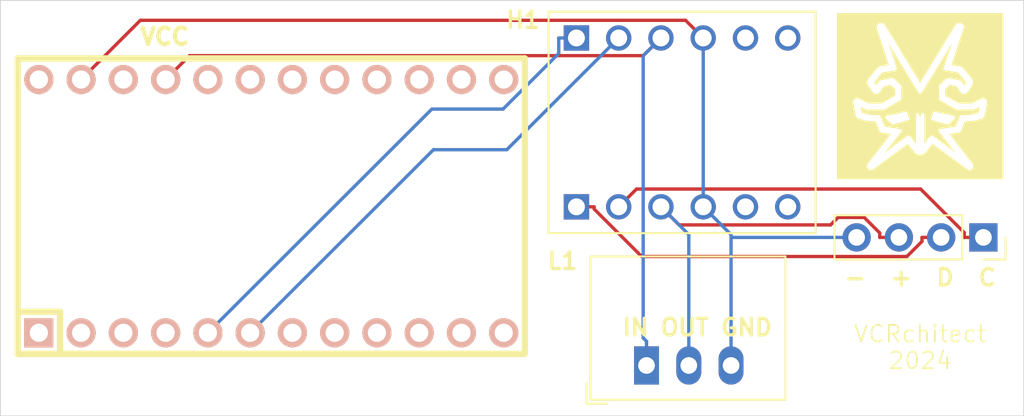
<source format=kicad_pcb>
(kicad_pcb (version 20240108) (generator "pcbnew") (generator_version "8.0")
  (layers (0 "F.Cu" signal) (31 "B.Cu" signal) (34 "B.Paste" user) (35 "F.Paste" user) (36 "B.SilkS" user "B.Silkscreen") (37 "F.SilkS" user "F.Silkscreen") (38 "B.Mask" user) (39 "F.Mask" user) (44 "Edge.Cuts" user))
  (net 0 "")
  (net 16 "Net-(J1-Pin_1)")
  (net 21 "Net-(J1-Pin_3)")
  (net 25 "Net-(J1-Pin_4)")
  (net 26 "Net-(J1-Pin_2)")
  (net 27 "Net-(U2-SDA)")
  (net 28 "Net-(U2-VCC)")
  (net 31 "Net-(U2-SCL)")
  (footprint "Logic Converter:CONV_BOB-12009" (layer "F.Cu") (at 167.19 86.58 90)
    (property "Reference" "U3" (hide yes))
    (property "Value" "BOB-12009" (hide yes))
    (fp_line (start 6.665 -8.025) (end 6.665 8.025) (stroke (width 0.127)) (layer "F.SilkS"))
    (fp_line (start -6.665 -8.025) (end 6.665 -8.025) (stroke (width 0.127)) (layer "F.SilkS"))
    (fp_line (start 6.665 8.025) (end -6.665 8.025) (stroke (width 0.127)) (layer "F.SilkS"))
    (fp_line (start -6.665 8.025) (end -6.665 -8.025) (stroke (width 0.127)) (layer "F.SilkS"))
    (pad "GND_1" thru_hole circle (at 5.08 1.27 90) (size 1.524 1.524) (drill 1.016) (layers "*.Cu" "*.Mask") (net 25 "Net-(J1-Pin_4)"))
    (pad "GND_2" thru_hole circle (at -5.08 1.27 90) (size 1.524 1.524) (drill 1.016) (layers "*.Cu" "*.Mask") (net 25 "Net-(J1-Pin_4)"))
    (pad "HV" thru_hole circle (at 5.08 -1.27 90) (size 1.524 1.524) (drill 1.016) (layers "*.Cu" "*.Mask") (net 28 "Net-(U2-VCC)"))
    (pad "HV1" thru_hole rect (at 5.08 -6.35 90) (size 1.524 1.524) (drill 1.016) (layers "*.Cu" "*.Mask") (net 27 "Net-(U2-SDA)"))
    (pad "HV2" thru_hole circle (at 5.08 -3.81 90) (size 1.524 1.524) (drill 1.016) (layers "*.Cu" "*.Mask") (net 31 "Net-(U2-SCL)"))
    (pad "HV3" thru_hole circle (at 5.08 3.81 90) (size 1.524 1.524) (drill 1.016) (layers "*.Cu" "*.Mask"))
    (pad "HV4" thru_hole circle (at 5.08 6.35 90) (size 1.524 1.524) (drill 1.016) (layers "*.Cu" "*.Mask"))
    (pad "LV" thru_hole circle (at -5.08 -1.27 90) (size 1.524 1.524) (drill 1.016) (layers "*.Cu" "*.Mask") (net 21 "Net-(J1-Pin_3)"))
    (pad "LV1" thru_hole rect (at -5.08 -6.35 90) (size 1.524 1.524) (drill 1.016) (layers "*.Cu" "*.Mask") (net 26 "Net-(J1-Pin_2)"))
    (pad "LV2" thru_hole circle (at -5.08 -3.81 90) (size 1.524 1.524) (drill 1.016) (layers "*.Cu" "*.Mask") (net 16 "Net-(J1-Pin_1)"))
    (pad "LV3" thru_hole circle (at -5.08 3.81 90) (size 1.524 1.524) (drill 1.016) (layers "*.Cu" "*.Mask"))
    (pad "LV4" thru_hole circle (at -5.08 6.35 90) (size 1.524 1.524) (drill 1.016) (layers "*.Cu" "*.Mask"))
  )
  (footprint "Library:SmallInvertVCR" (layer "F.Cu") (at 181.5 85)
    (property "Reference" "G***" (hide yes))
    (property "Value" "LOGO" (hide yes))
    (fp_poly (pts (xy 5.002188 0) (xy 5.002188 5.002188) (xy 0 5.002188) (xy -5.002188 5.002188) (xy -5.002188 0.357242) (xy -4.015681 0.357242) (xy -4.012796 0.392897) (xy -4.00471 0.450253) (xy -3.992319 0.524918) (xy -3.976516 0.612501) (xy -3.958194 0.70861) (xy -3.938249 0.808854) (xy -3.917573 0.908841) (xy -3.89706 1.00418) (xy -3.877605 1.09048) (xy -3.860102 1.163348) (xy -3.845444 1.218394) (xy -3.834525 1.251227) (xy -3.833065 1.254361) (xy -3.817399 1.280001) (xy -3.796628 1.302095) (xy -3.767399 1.32209) (xy -3.72636 1.341428) (xy -3.670161 1.361555) (xy -3.59545 1.383915) (xy -3.498874 1.409952) (xy -3.432057 1.427171) (xy -3.34019 1.45033) (xy -3.267779 1.467445) (xy -3.207417 1.479586) (xy -3.151698 1.487824) (xy -3.093213 1.493229) (xy -3.024557 1.496871) (xy -2.938321 1.499822) (xy -2.926976 1.500164) (xy -2.678952 1.507604) (xy -2.564742 1.79245) (xy -2.53047 1.877446) (xy -2.498747 1.955223) (xy -2.47133 2.021543) (xy -2.449976 2.072168) (xy -2.436443 2.10286) (xy -2.433663 2.108516) (xy -2.415904 2.132437) (xy -2.388597 2.152835) (xy -2.34853 2.170712) (xy -2.292489 2.187073) (xy -2.21726 2.20292) (xy -2.119629 2.219258) (xy -2.04256 2.230626) (xy -1.958698 2.242936) (xy -1.884281 2.254583) (xy -1.823687 2.264823) (xy -1.781297 2.272911) (xy -1.76149 2.278103) (xy -1.760797 2.27853) (xy -1.767495 2.290636) (xy -1.790167 2.3229) (xy -1.827552 2.373678) (xy -1.878393 2.441326) (xy -1.941431 2.524198) (xy -2.015407 2.620651) (xy -2.099063 2.729041) (xy -2.19114 2.847722) (xy -2.290379 2.97505) (xy -2.395522 3.109381) (xy -2.44401 3.171145) (xy -2.552263 3.309092) (xy -2.655877 3.441468) (xy -2.753513 3.566545) (xy -2.843833 3.682594) (xy -2.925502 3.787886) (xy -2.997181 3.880691) (xy -3.057532 3.95928) (xy -3.10522 4.021925) (xy -3.138906 4.066896) (xy -3.157253 4.092464) (xy -3.159991 4.096859) (xy -3.176417 4.150903) (xy -3.180665 4.217345) (xy -3.172964 4.283721) (xy -3.15563 4.33381) (xy -3.114895 4.38262) (xy -3.057078 4.415672) (xy -2.989013 4.431361) (xy -2.917535 4.428083) (xy -2.851389 4.405256) (xy -2.832801 4.393158) (xy -2.793508 4.365786) (xy -2.735178 4.324347) (xy -2.65948 4.270052) (xy -2.568081 4.204108) (xy -2.462651 4.127725) (xy -2.344857 4.042111) (xy -2.216367 3.948475) (xy -2.07885 3.848027) (xy -1.933975 3.741974) (xy -1.783409 3.631526) (xy -1.771609 3.622861) (xy -0.743381 2.867704) (xy -0.510392 3.160302) (xy -0.433571 3.255444) (xy -0.365711 3.336808) (xy -0.308555 3.402409) (xy -0.263846 3.450265) (xy -0.233328 3.478392) (xy -0.226737 3.482965) (xy -0.202299 3.495704) (xy -0.175822 3.50428) (xy -0.1413 3.50949) (xy -0.092725 3.51213) (xy -0.024091 3.512997) (xy 0 3.513031) (xy 0.075456 3.512523) (xy 0.12914 3.51047) (xy 0.167058 3.506074) (xy 0.195217 3.498539) (xy 0.219624 3.487069) (xy 0.226737 3.482965) (xy 0.252251 3.4617) (xy 0.292525 3.420058) (xy 0.345814 3.360025) (xy 0.410376 3.283583) (xy 0.484467 3.192715) (xy 0.510391 3.160302) (xy 0.74338 2.867704) (xy 1.771608 3.622861) (xy 1.922544 3.733597) (xy 2.067917 3.840032) (xy 2.206061 3.940956) (xy 2.335306 4.03516) (xy 2.453984 4.121435) (xy 2.560428 4.198573) (xy 2.652968 4.265365) (xy 2.729937 4.320602) (xy 2.789665 4.363075) (xy 2.830486 4.391575) (xy 2.85073 4.404894) (xy 2.851388 4.405256) (xy 2.91918 4.428403) (xy 2.9901 4.431319) (xy 3.057463 4.415663) (xy 3.114588 4.383095) (xy 3.154789 4.335273) (xy 3.157882 4.329172) (xy 3.175747 4.269853) (xy 3.181035 4.201289) (xy 3.173633 4.135854) (xy 3.15999 4.096859) (xy 3.148124 4.0795) (xy 3.120387 4.042049) (xy 3.078115 3.986235) (xy 3.022647 3.913789) (xy 2.955319 3.826438) (xy 2.877469 3.725912) (xy 2.790433 3.61394) (xy 2.69555 3.492251) (xy 2.594157 3.362575) (xy 2.487591 3.226639) (xy 2.444009 3.171145) (xy 2.336638 3.03422) (xy 2.234609 2.903564) (xy 2.139181 2.780821) (xy 2.051612 2.667637) (xy 1.973161 2.565655) (xy 1.905087 2.476519) (xy 1.848649 2.401875) (xy 1.805104 2.343367) (xy 1.775712 2.302639) (xy 1.761731 2.281336) (xy 1.760797 2.27853) (xy 1.777312 2.273774) (xy 1.816985 2.266024) (xy 1.875437 2.256025) (xy 1.948288 2.24452) (xy 2.031159 2.232254) (xy 2.04256 2.230626) (xy 2.156491 2.21343) (xy 2.245929 2.197378) (xy 2.314088 2.181466) (xy 2.364182 2.164689) (xy 2.399424 2.146045) (xy 2.42303 2.12453) (xy 2.433663 2.108516) (xy 2.443666 2.086753) (xy 2.462176 2.043405) (xy 2.487435 1.982707) (xy 2.517687 1.908898) (xy 2.551173 1.826216) (xy 2.564741 1.79245) (xy 2.678952 1.507604) (xy 2.926976 1.500164) (xy 3.0157 1.497225) (xy 3.085997 1.493716) (xy 3.145271 1.488567) (xy 3.200932 1.480709) (xy 3.260385 1.469069) (xy 3.331039 1.452579) (xy 3.420299 1.430167) (xy 3.432057 1.427171) (xy 3.542738 1.398362) (xy 3.629627 1.374062) (xy 3.696074 1.352826) (xy 3.745431 1.33321) (xy 3.781049 1.313769) (xy 3.80628 1.29306) (xy 3.824475 1.269638) (xy 3.833065 1.254361) (xy 3.843191 1.225971) (xy 3.857225 1.174599) (xy 3.874271 1.104636) (xy 3.893434 1.020473) (xy 3.913819 0.926501) (xy 3.934532 0.82711) (xy 3.954678 0.726691) (xy 3.973362 0.629635) (xy 3.98969 0.540332) (xy 4.002766 0.463174) (xy 4.011696 0.402549) (xy 4.015585 0.362851) (xy 4.015681 0.358267) (xy 4.00455 0.277029) (xy 3.972157 0.213279) (xy 3.919857 0.168355) (xy 3.849004 0.143596) (xy 3.793758 0.138949) (xy 3.768877 0.140241) (xy 3.7421 0.145089) (xy 3.709841 0.154954) (xy 3.668509 0.171297) (xy 3.614515 0.195578) (xy 3.544271 0.229258) (xy 3.454188 0.273797) (xy 3.418162 0.291794) (xy 3.112714 0.444639) (xy 2.713487 0.444639) (xy 2.31426 0.444639) (xy 1.907458 0.212547) (xy 1.500656 -0.019544) (xy 1.500656 -0.221945) (xy 1.500656 -0.424346) (xy 1.632239 -0.555381) (xy 1.763821 -0.686417) (xy 1.974781 -0.64579) (xy 2.048744 -0.630775) (xy 2.113416 -0.616196) (xy 2.163676 -0.60332) (xy 2.194401 -0.593413) (xy 2.200994 -0.58982) (xy 2.21348 -0.573537) (xy 2.238331 -0.538236) (xy 2.272657 -0.488124) (xy 2.313565 -0.427412) (xy 2.345181 -0.379936) (xy 2.400873 -0.297691) (xy 2.446168 -0.236398) (xy 2.484746 -0.193052) (xy 2.520286 -0.164643) (xy 2.55647 -0.148164) (xy 2.596978 -0.140608) (xy 2.640043 -0.13895) (xy 2.683319 -0.140477) (xy 2.719984 -0.146884) (xy 2.753163 -0.16091) (xy 2.785977 -0.185297) (xy 2.821549 -0.222784) (xy 2.863 -0.276111) (xy 2.913452 -0.348017) (xy 2.964118 -0.423348) (xy 3.013657 -0.498158) (xy 3.059165 -0.567757) (xy 3.09789 -0.627867) (xy 3.127082 -0.674213) (xy 3.143989 -0.702518) (xy 3.145466 -0.705272) (xy 3.161046 -0.755246) (xy 3.167563 -0.819492) (xy 3.164998 -0.886138) (xy 3.153333 -0.943309) (xy 3.145858 -0.961367) (xy 3.127627 -0.990304) (xy 3.094778 -1.036097) (xy 3.049902 -1.095567) (xy 2.995588 -1.165537) (xy 2.934428 -1.24283) (xy 2.869012 -1.324266) (xy 2.80193 -1.406669) (xy 2.735774 -1.486861) (xy 2.673133 -1.561665) (xy 2.616598 -1.627901) (xy 2.568761 -1.682392) (xy 2.532211 -1.721962) (xy 2.509539 -1.743431) (xy 2.506721 -1.74538) (xy 2.475605 -1.758903) (xy 2.425316 -1.773288) (xy 2.353556 -1.789056) (xy 2.258028 -1.806732) (xy 2.177028 -1.820316) (xy 2.091848 -1.834509) (xy 2.016072 -1.847786) (xy 1.953968 -1.859348) (xy 1.909805 -1.868392) (xy 1.887849 -1.874118) (xy 1.886391 -1.87488) (xy 1.889118 -1.889121) (xy 1.900072 -1.927757) (xy 1.918627 -1.988841) (xy 1.944157 -2.070426) (xy 1.976037 -2.170565) (xy 2.013639 -2.287312) (xy 2.056339 -2.418719) (xy 2.10351 -2.562839) (xy 2.154527 -2.717726) (xy 2.208763 -2.881432) (xy 2.244186 -2.987866) (xy 2.319456 -3.214257) (xy 2.385727 -3.414921) (xy 2.443162 -3.59037) (xy 2.491922 -3.741114) (xy 2.532169 -3.867663) (xy 2.564063 -3.970528) (xy 2.587767 -4.050219) (xy 2.603442 -4.107248) (xy 2.611249 -4.142124) (xy 2.612254 -4.151577) (xy 2.605427 -4.203574) (xy 2.588528 -4.256919) (xy 2.583667 -4.267317) (xy 2.542848 -4.318786) (xy 2.483338 -4.357669) (xy 2.411996 -4.382302) (xy 2.335684 -4.391022) (xy 2.261263 -4.382166) (xy 2.204166 -4.359318) (xy 2.195747 -4.353307) (xy 2.185426 -4.343418) (xy 2.172502 -4.328528) (xy 2.15627 -4.307514) (xy 2.13603 -4.279255) (xy 2.111079 -4.242628) (xy 2.080714 -4.196511) (xy 2.044233 -4.139781) (xy 2.000934 -4.071315) (xy 1.950114 -3.989992) (xy 1.891072 -3.894688) (xy 1.823104 -3.784282) (xy 1.745509 -3.657652) (xy 1.657584 -3.513674) (xy 1.558626 -3.351226) (xy 1.447934 -3.169186) (xy 1.324805 -2.966432) (xy 1.188536 -2.74184) (xy 1.078673 -2.560673) (xy 0.955557 -2.357691) (xy 0.836346 -2.161296) (xy 0.721837 -1.972794) (xy 0.612827 -1.79349) (xy 0.510112 -1.624688) (xy 0.414488 -1.467694) (xy 0.326752 -1.323812) (xy 0.247699 -1.194348) (xy 0.178127 -1.080605) (xy 0.118831 -0.98389) (xy 0.070609 -0.905507) (xy 0.034255 -0.846762) (xy 0.010567 -0.808958) (xy 0.000341 -0.793401) (xy 0 -0.793063) (xy -0.007873 -0.804732) (xy -0.029342 -0.838868) (xy -0.063611 -0.894167) (xy -0.109885 -0.969323) (xy -0.167365 -1.063032) (xy -0.235257 -1.173989) (xy -0.312763 -1.300888) (xy -0.399088 -1.442426) (xy -0.493435 -1.597296) (xy -0.595008 -1.764194) (xy -0.70301 -1.941815) (xy -0.816646 -2.128855) (xy -0.935118 -2.324007) (xy -1.057631 -2.525968) (xy -1.078674 -2.560673) (xy -1.225131 -2.802169) (xy -1.357929 -3.020997) (xy -1.47777 -3.218278) (xy -1.585355 -3.395136) (xy -1.681388 -3.552692) (xy -1.76657 -3.692069) (xy -1.841605 -3.81439) (xy -1.907193 -3.920776) (xy -1.964039 -4.012351) (xy -2.012843 -4.090237) (xy -2.054309 -4.155555) (xy -2.089138 -4.209429) (xy -2.118033 -4.252981) (xy -2.141697 -4.287332) (xy -2.160831 -4.313607) (xy -2.176139 -4.332927) (xy -2.188322 -4.346414) (xy -2.198082 -4.355191) (xy -2.204166 -4.359318) (xy -2.271503 -4.384567) (xy -2.346614 -4.390814) (xy -2.422636 -4.379723) (xy -2.49271 -4.352955) (xy -2.549974 -4.312176) (xy -2.583667 -4.267317) (xy -2.602156 -4.216818) (xy -2.611838 -4.162545) (xy -2.612254 -4.151577) (xy -2.608416 -4.127854) (xy -2.596792 -4.08224) (xy -2.577223 -4.014225) (xy -2.549545 -3.923298) (xy -2.513599 -3.808948) (xy -2.469221 -3.670666) (xy -2.416251 -3.50794) (xy -2.354528 -3.32026) (xy -2.283889 -3.107115) (xy -2.244187 -2.987866) (xy -2.188248 -2.819617) (xy -2.135137 -2.658965) (xy -2.085478 -2.507856) (xy -2.039897 -2.368239) (xy -1.99902 -2.242059) (xy -1.963474 -2.131264) (xy -1.933884 -2.0378) (xy -1.910876 -1.963615) (xy -1.895076 -1.910656) (xy -1.887109 -1.880869) (xy -1.886391 -1.87488) (xy -1.902648 -1.870029) (xy -1.942092 -1.861675) (xy -2.000456 -1.850621) (xy -2.073471 -1.837666) (xy -2.156871 -1.823613) (xy -2.177029 -1.820316) (xy -2.290301 -1.801021) (xy -2.37822 -1.783992) (xy -2.443083 -1.768708) (xy -2.487187 -1.754646) (xy -2.506721 -1.74538) (xy -2.526063 -1.728228) (xy -2.559841 -1.692291) (xy -2.605464 -1.640747) (xy -2.660343 -1.576774) (xy -2.721887 -1.503549) (xy -2.787505 -1.424249) (xy -2.854606 -1.342054) (xy -2.9206 -1.26014) (xy -2.982897 -1.181686) (xy -3.038905 -1.109869) (xy -3.086035 -1.047867) (xy -3.121695 -0.998858) (xy -3.143295 -0.966019) (xy -3.145859 -0.961367) (xy -3.161286 -0.91157) (xy -3.167606 -0.847398) (xy -3.164837 -0.780722) (xy -3.152997 -0.723415) (xy -3.145467 -0.705272) (xy -3.130965 -0.680525) (xy -3.103704 -0.636996) (xy -3.066432 -0.578962) (xy -3.021902 -0.5107) (xy -2.972863 -0.436486) (xy -2.964118 -0.423348) (xy -2.903879 -0.334033) (xy -2.855219 -0.265561) (xy -2.815017 -0.215191) (xy -2.780151 -0.180183) (xy -2.747498 -0.157799) (xy -2.713936 -0.145296) (xy -2.676343 -0.139937) (xy -2.640044 -0.13895) (xy -2.592523 -0.141059) (xy -2.552628 -0.149391) (xy -2.516679 -0.166954) (xy -2.480996 -0.196755) (xy -2.441899 -0.241801) (xy -2.395709 -0.305102) (xy -2.345182 -0.379936) (xy -2.301344 -0.44564) (xy -2.262026 -0.503746) (xy -2.230118 -0.550045) (xy -2.208514 -0.580329) (xy -2.200995 -0.58982) (xy -2.182611 -0.597654) (xy -2.141997 -0.609125) (xy -2.084273 -0.622966) (xy -2.014563 -0.637909) (xy -1.974782 -0.64579) (xy -1.763822 -0.686417) (xy -1.632239 -0.555381) (xy -1.500657 -0.424346) (xy -1.500657 -0.221945) (xy -1.500657 -0.019544) (xy -1.907459 0.212547) (xy -2.314261 0.444639) (xy -2.713488 0.444639) (xy -3.112715 0.444639) (xy -3.418162 0.291794) (xy -3.516067 0.243111) (xy -3.592895 0.205809) (xy -3.652217 0.178433) (xy -3.697602 0.159525) (xy -3.732622 0.147628) (xy -3.760845 0.141286) (xy -3.785843 0.139042) (xy -3.792734 0.138949) (xy -3.875169 0.149871) (xy -3.939936 0.181728) (xy -3.985643 0.233155) (xy -4.010895 0.302789) (xy -4.015681 0.357242) (xy -5.002188 0.357242) (xy -5.002188 0) (xy -5.002188 -5.002188) (xy 0 -5.002188) (xy 5.002188 -5.002188)) (fill solid) (layer "F.SilkS"))
    (fp_poly (pts (xy 1.894801 -3.150528) (xy 1.88337 -3.112828) (xy 1.864634 -3.053499) (xy 1.839359 -2.9749) (xy 1.80831 -2.879391) (xy 1.772255 -2.769331) (xy 1.731959 -2.647079) (xy 1.688188 -2.514994) (xy 1.653247 -2.410017) (xy 1.607146 -2.271346) (xy 1.563799 -2.140147) (xy 1.523996 -2.01886) (xy 1.488523 -1.909927) (xy 1.458169 -1.815788) (xy 1.433723 -1.738884) (xy 1.415973 -1.681657) (xy 1.405707 -1.646546) (xy 1.403391 -1.636277) (xy 1.405094 -1.617939) (xy 1.411988 -1.602299) (xy 1.426753 -1.588537) (xy 1.45207 -1.575834) (xy 1.490619 -1.56337) (xy 1.54508 -1.550328) (xy 1.618133 -1.535887) (xy 1.712457 -1.519229) (xy 1.830734 -1.499534) (xy 1.873751 -1.49251) (xy 2.293078 -1.424234) (xy 2.525614 -1.133682) (xy 2.587466 -1.056211) (xy 2.643445 -0.985733) (xy 2.691241 -0.925188) (xy 2.728544 -0.877512) (xy 2.753045 -0.845644) (xy 2.762425 -0.832538) (xy 2.757229 -0.817337) (xy 2.740521 -0.786452) (xy 2.716726 -0.746855) (xy 2.690266 -0.705512) (xy 2.665563 -0.669393) (xy 2.647041 -0.645468) (xy 2.640043 -0.639703) (xy 2.630227 -0.650619) (xy 2.60845 -0.680449) (xy 2.577835 -0.724765) (xy 2.541502 -0.77914) (xy 2.537731 -0.784875) (xy 2.499457 -0.841047) (xy 2.464627 -0.888334) (xy 2.436949 -0.921951) (xy 2.420134 -0.937112) (xy 2.419554 -0.93733) (xy 2.390689 -0.944757) (xy 2.340158 -0.955977) (xy 2.272548 -0.970112) (xy 2.192449 -0.986282) (xy 2.104449 -1.003609) (xy 2.013136 -1.021214) (xy 1.923099 -1.038219) (xy 1.838926 -1.053744) (xy 1.765207 -1.06691) (xy 1.706529 -1.076839) (xy 1.667481 -1.082652) (xy 1.65474 -1.083808) (xy 1.637764 -1.082406) (xy 1.620111 -1.076645) (xy 1.598958 -1.064194) (xy 1.571485 -1.042721) (xy 1.53487 -1.009894) (xy 1.486292 -0.963381) (xy 1.422929 -0.900851) (xy 1.372581 -0.850614) (xy 1.139387 -0.61742) (xy 1.139387 -0.214101) (xy 1.139716 -0.087908) (xy 1.140766 0.012787) (xy 1.142629 0.090268) (xy 1.145399 0.14682) (xy 1.14917 0.184727) (xy 1.154034 0.206275) (xy 1.156756 0.211441) (xy 1.172263 0.222925) (xy 1.209342 0.2465) (xy 1.265362 0.280605) (xy 1.337691 0.323678) (xy 1.423696 0.374158) (xy 1.520745 0.430483) (xy 1.626206 0.491091) (xy 1.676479 0.519786) (xy 2.178834 0.805908) (xy 2.708394 0.805908) (xy 3.237954 0.805908) (xy 3.405952 0.721693) (xy 3.467869 0.691347) (xy 3.520503 0.666859) (xy 3.55913 0.650328) (xy 3.579025 0.643855) (xy 3.580562 0.644092) (xy 3.58126 0.66046) (xy 3.576355 0.697527) (xy 3.567196 0.749083) (xy 3.55513 0.808921) (xy 3.541507 0.870833) (xy 3.527676 0.92861) (xy 3.514984 0.976044) (xy 3.504782 1.006928) (xy 3.499913 1.015333) (xy 3.481927 1.021602) (xy 3.441644 1.033064) (xy 3.383793 1.048456) (xy 3.313107 1.066511) (xy 3.250215 1.082091) (xy 3.01583 1.139387) (xy 2.733327 1.139387) (xy 2.626548 1.13996) (xy 2.545148 1.14177) (xy 2.486739 1.144953) (xy 2.448934 1.149645) (xy 2.429342 1.155982) (xy 2.428235 1.156756) (xy 2.417123 1.173986) (xy 2.397577 1.213467) (xy 2.371218 1.271543) (xy 2.339666 1.344556) (xy 2.304542 1.428851) (xy 2.272519 1.508071) (xy 2.139393 1.842017) (xy 1.649825 1.911025) (xy 1.513984 1.9303) (xy 1.403141 1.946543) (xy 1.314758 1.96047) (xy 1.246296 1.972794) (xy 1.195218 1.984231) (xy 1.158986 1.995495) (xy 1.135061 2.007301) (xy 1.120905 2.020364) (xy 1.113979 2.035398) (xy 1.111747 2.053117) (xy 1.111597 2.062572) (xy 1.111746 2.070374) (xy 1.112998 2.07851) (xy 1.116559 2.088596) (xy 1.123636 2.102246) (xy 1.135437 2.121076) (xy 1.153169 2.146702) (xy 1.178038 2.180738) (xy 1.211251 2.224801) (xy 1.254016 2.280505) (xy 1.307538 2.349466) (xy 1.373026 2.4333) (xy 1.451686 2.533621) (xy 1.544726 2.652045) (xy 1.653351 2.790188) (xy 1.691268 2.8384) (xy 1.775923 2.946156) (xy 1.855136 3.047208) (xy 1.927284 3.139472) (xy 1.990748 3.220865) (xy 2.043908 3.289305) (xy 2.085142 3.34271) (xy 2.112832 3.378995) (xy 2.125357 3.39608) (xy 2.12593 3.397119) (xy 2.115057 3.390215) (xy 2.083718 3.368235) (xy 2.033833 3.332569) (xy 1.967319 3.284609) (xy 1.886097 3.225745) (xy 1.792085 3.157368) (xy 1.687202 3.08087) (xy 1.573368 2.997641) (xy 1.452501 2.909072) (xy 1.443534 2.902494) (xy 1.32112 2.812824) (xy 1.204704 2.727825) (xy 1.096327 2.648971) (xy 0.998029 2.577731) (xy 0.911851 2.515577) (xy 0.839832 2.46398) (xy 0.784013 2.424413) (xy 0.746434 2.398345) (xy 0.729134 2.387248) (xy 0.728968 2.38717) (xy 0.705544 2.379001) (xy 0.682904 2.37844) (xy 0.658438 2.387665) (xy 0.629535 2.408851) (xy 0.593585 2.444175) (xy 0.547975 2.495813) (xy 0.490096 2.565942) (xy 0.440592 2.627563) (xy 0.250109 2.866119) (xy 0.250109 1.96206) (xy 0.250124 1.776732) (xy 0.250063 1.617254) (xy 0.24977 1.481688) (xy 0.249384 1.41714) (xy 0.641336 1.41714) (xy 0.720148 1.440057) (xy 0.877723 1.485769) (xy 1.027106 1.528899) (xy 1.166129 1.568831) (xy 1.292623 1.604954) (xy 1.404419 1.636653) (xy 1.499347 1.663314) (xy 1.57524 1.684324) (xy 1.629928 1.699069) (xy 1.661241 1.706936) (xy 1.667564 1.708104) (xy 1.683166 1.698932) (xy 1.715036 1.672719) (xy 1.760036 1.632315) (xy 1.815027 1.580569) (xy 1.876871 1.520331) (xy 1.902734 1.494586) (xy 1.973835 1.422924) (xy 2.027021 1.368029) (xy 2.064389 1.327391) (xy 2.088035 1.298494) (xy 2.100059 1.278827) (xy 2.102556 1.265877) (xy 2.099373 1.25898) (xy 2.088822 1.235131) (xy 2.090816 1.223365) (xy 2.096054 1.209888) (xy 2.094885 1.208862) (xy 2.080749 1.205934) (xy 2.042194 1.197551) (xy 1.981922 1.184308) (xy 1.902638 1.166804) (xy 1.807043 1.145637) (xy 1.697842 1.121403) (xy 1.577737 1.094702) (xy 1.465317 1.06967) (xy 1.337257 1.041306) (xy 1.21719 1.015042) (xy 1.107904 0.991463) (xy 1.012184 0.971157) (xy 0.932817 0.954707) (xy 0.872588 0.942701) (xy 0.834285 0.935725) (xy 0.821003 0.934194) (xy 0.809375 0.948627) (xy 0.791067 0.987247) (xy 0.767107 1.047539) (xy 0.738525 1.126991) (xy 0.721348 1.177525) (xy 0.641336 1.41714) (xy 0.249384 1.41714) (xy 0.24909 1.368096) (xy 0.247865 1.274538) (xy 0.245939 1.199076) (xy 0.243157 1.139771) (xy 0.239361 1.094684) (xy 0.234395 1.061876) (xy 0.228103 1.039409) (xy 0.220329 1.025343) (xy 0.210916 1.01774) (xy 0.199709 1.014661) (xy 0.186549 1.014168) (xy 0.173687 1.014332) (xy 0.148813 1.017701) (xy 0.127419 1.030683) (xy 0.105804 1.057588) (xy 0.080267 1.102728) (xy 0.056369 1.151034) (xy 0.033013 1.197544) (xy 0.013598 1.232434) (xy 0.001528 1.24969) (xy 0 1.250547) (xy -0.009568 1.238934) (xy -0.02738 1.208104) (xy -0.050029 1.164071) (xy -0.05637 1.151034) (xy -0.087262 1.089423) (xy -0.111464 1.049274) (xy -0.132676 1.026277) (xy -0.154597 1.016119) (xy -0.173687 1.014332) (xy -0.188632 1.014153) (xy -0.201492 1.014908) (xy -0.212423 1.018535) (xy -0.221583 1.026975) (xy -0.229127 1.042165) (xy -0.235212 1.066044) (xy -0.239995 1.100551) (xy -0.24363 1.147625) (xy -0.246276 1.209205) (xy -0.248088 1.28723) (xy -0.249222 1.383638) (xy -0.249835 1.500368) (xy -0.250083 1.639359) (xy -0.250123 1.80255) (xy -0.25011 1.96206) (xy -0.25011 2.866119) (xy -0.440593 2.627563) (xy -0.508673 2.543115) (xy -0.562646 2.478689) (xy -0.605122 2.43211) (xy -0.638713 2.4012) (xy -0.66603 2.383784) (xy -0.689683 2.377684) (xy -0.712283 2.380725) (xy -0.728969 2.38717) (xy -0.745697 2.397845) (xy -0.782759 2.423531) (xy -0.838116 2.462756) (xy -0.909727 2.514049) (xy -0.995552 2.575939) (xy -1.093551 2.646955) (xy -1.201684 2.725624) (xy -1.317911 2.810477) (xy -1.440192 2.900041) (xy -1.443535 2.902494) (xy -1.564836 2.991395) (xy -1.679243 3.075057) (xy -1.784838 3.152089) (xy -1.879701 3.2211) (xy -1.961913 3.280699) (xy -2.029555 3.329495) (xy -2.080709 3.366097) (xy -2.113454 3.389114) (xy -2.125872 3.397155) (xy -2.12593 3.397119) (xy -2.117598 3.385347) (xy -2.09368 3.353835) (xy -2.055798 3.304665) (xy -2.005572 3.239919) (xy -1.944621 3.161681) (xy -1.874567 3.072033) (xy -1.797029 2.973057) (xy -1.713627 2.866838) (xy -1.691268 2.8384) (xy -1.577445 2.693663) (xy -1.479592 2.569157) (xy -1.3965 2.463267) (xy -1.326964 2.374377) (xy -1.269775 2.300872) (xy -1.223728 2.241137) (xy -1.187615 2.193555) (xy -1.16023 2.156513) (xy -1.140364 2.128394) (xy -1.126812 2.107582) (xy -1.118367 2.092464) (xy -1.113821 2.081422) (xy -1.111967 2.072843) (xy -1.111599 2.065109) (xy -1.111598 2.062572) (xy -1.112502 2.043344) (xy -1.116906 2.027137) (xy -1.127349 2.013238) (xy -1.146369 2.00093) (xy -1.176504 1.989501) (xy -1.220292 1.978234) (xy -1.280271 1.966415) (xy -1.358979 1.95333) (xy -1.458955 1.938264) (xy -1.582737 1.920503) (xy -1.649826 1.911025) (xy -2.139394 1.842017) (xy -2.27252 1.508071) (xy -2.309426 1.416965) (xy -2.344163 1.333978) (xy -2.372613 1.268507) (xy -2.102714 1.268507) (xy -2.098121 1.28284) (xy -2.0835 1.304493) (xy -2.056751 1.335979) (xy -2.015778 1.37981) (xy -1.958484 1.438499) (xy -1.902735 1.494586) (xy -1.839424 1.557369) (xy -1.782227 1.612899) (xy -1.734179 1.658326) (xy -1.698316 1.690802) (xy -1.677671 1.707474) (xy -1.674325 1.709081) (xy -1.657892 1.705395) (xy -1.6181 1.694955) (xy -1.558296 1.678684) (xy -1.481828 1.657505) (xy -1.392046 1.632342) (xy -1.292297 1.60412) (xy -1.243413 1.5902) (xy -1.13543 1.559364) (xy -1.031669 1.529683) (xy -0.936355 1.502371) (xy -0.853716 1.478639) (xy -0.787976 1.4597) (xy -0.743361 1.446767) (xy -0.734102 1.444055) (xy -0.641453 1.41679) (xy -0.721407 1.17735) (xy -0.752064 1.088545) (xy -0.778663 1.017525) (xy -0.800173 0.966804) (xy -0.815565 0.938898) (xy -0.821003 0.934194) (xy -0.838216 0.936375) (xy -0.879751 0.94409) (xy -0.942821 0.956752) (xy -1.024641 0.973776) (xy -1.122424 0.994575) (xy -1.233384 1.018563) (xy -1.354735 1.045156) (xy -1.465318 1.06967) (xy -1.592774 1.098047) (xy -1.711703 1.124481) (xy -1.8194 1.148375) (xy -1.913163 1.169131) (xy -1.990288 1.18615) (xy -2.048073 1.198836) (xy -2.083815 1.206591) (xy -2.094885 1.208862) (xy -2.093773 1.218021) (xy -2.090817 1.223365) (xy -2.09111 1.244655) (xy -2.099374 1.25898) (xy -2.102714 1.268507) (xy -2.372613 1.268507) (xy -2.375109 1.262764) (xy -2.400645 1.206982) (xy -2.419149 1.170286) (xy -2.428236 1.156756) (xy -2.446037 1.150237) (xy -2.4818 1.145377) (xy -2.537913 1.14204) (xy -2.616763 1.140091) (xy -2.720741 1.139393) (xy -2.733328 1.139387) (xy -3.01583 1.139387) (xy -3.250216 1.082091) (xy -3.327787 1.062813) (xy -3.396325 1.045181) (xy -3.451096 1.030462) (xy -3.487372 1.01992) (xy -3.499914 1.015333) (xy -3.507624 0.999422) (xy -3.518751 0.962695) (xy -3.531944 0.911358) (xy -3.545855 0.851621) (xy -3.559136 0.78969) (xy -3.570437 0.731775) (xy -3.578411 0.684084) (xy -3.581708 0.652824) (xy -3.580562 0.644092) (xy -3.566436 0.647541) (xy -3.532324 0.661605) (xy -3.48295 0.684185) (xy -3.423037 0.71318) (xy -3.405952 0.721693) (xy -3.237955 0.805908) (xy -2.708395 0.805908) (xy -2.178835 0.805908) (xy -1.67648 0.519786) (xy -1.568051 0.457741) (xy -1.466832 0.399265) (xy -1.375453 0.34592) (xy -1.296549 0.299269) (xy -1.23275 0.260872) (xy -1.186689 0.232292) (xy -1.160998 0.215089) (xy -1.156756 0.211441) (xy -1.15134 0.196868) (xy -1.147062 0.16702) (xy -1.143828 0.119614) (xy -1.141545 0.052365) (xy -1.14012 -0.037012) (xy -1.13946 -0.150802) (xy -1.139388 -0.214101) (xy -1.139388 -0.61742) (xy -1.372581 -0.850614) (xy -1.447045 -0.924783) (xy -1.504894 -0.981422) (xy -1.548949 -1.022863) (xy -1.582031 -1.051437) (xy -1.606963 -1.069475) (xy -1.626566 -1.079311) (xy -1.64366 -1.083275) (xy -1.654741 -1.083808) (xy -1.678434 -1.081169) (xy -1.724765 -1.073838) (xy -1.789144 -1.062694) (xy -1.866984 -1.048616) (xy -1.953695 -1.032482) (xy -2.04469 -1.015171) (xy -2.135379 -0.997563) (xy -2.221175 -0.980535) (xy -2.297489 -0.964967) (xy -2.359731 -0.951737) (xy -2.403315 -0.941725) (xy -2.419554 -0.93733) (xy -2.435604 -0.923422) (xy -2.462737 -0.890773) (xy -2.497244 -0.844168) (xy -2.535417 -0.788392) (xy -2.537732 -0.784875) (xy -2.574459 -0.729749) (xy -2.605776 -0.684244) (xy -2.628562 -0.65279) (xy -2.639696 -0.639814) (xy -2.640044 -0.639703) (xy -2.65144 -0.650646) (xy -2.672176 -0.678762) (xy -2.697831 -0.717082) (xy -2.723982 -0.758637) (xy -2.746206 -0.796459) (xy -2.760079 -0.823578) (xy -2.762426 -0.832538) (xy -2.75293 -0.845796) (xy -2.728338 -0.877779) (xy -2.690957 -0.925549) (xy -2.6431 -0.98617) (xy -2.587075 -1.056703) (xy -2.525615 -1.133682) (xy -2.293079 -1.424234) (xy -1.873751 -1.49251) (xy -1.747305 -1.513341) (xy -1.645663 -1.530875) (xy -1.566144 -1.545931) (xy -1.506068 -1.559329) (xy -1.462755 -1.571888) (xy -1.433525 -1.584426) (xy -1.415698 -1.597763) (xy -1.406594 -1.612718) (xy -1.403533 -1.63011) (xy -1.403392 -1.636277) (xy -1.407685 -1.653665) (xy -1.420039 -1.694955) (xy -1.439664 -1.757706) (xy -1.465774 -1.839479) (xy -1.49758 -1.937831) (xy -1.534293 -2.050321) (xy -1.575126 -2.17451) (xy -1.61929 -2.307956) (xy -1.653248 -2.410017) (xy -1.699138 -2.547972) (xy -1.742132 -2.677877) (xy -1.781465 -2.797375) (xy -1.81637 -2.904105) (xy -1.846082 -2.995709) (xy -1.869834 -3.069828) (xy -1.88686 -3.124102) (xy -1.896393 -3.156171) (xy -1.898161 -3.16424) (xy -1.890478 -3.153224) (xy -1.869277 -3.119863) (xy -1.835432 -3.065585) (xy -1.789817 -2.991818) (xy -1.733306 -2.89999) (xy -1.666773 -2.791528) (xy -1.591092 -2.667862) (xy -1.507137 -2.530418) (xy -1.415781 -2.380626) (xy -1.3179 -2.219911) (xy -1.214366 -2.049704) (xy -1.106054 -1.871431) (xy -1.005758 -1.706173) (xy -0.893266 -1.520911) (xy -0.784305 -1.341827) (xy -0.67979 -1.170405) (xy -0.580636 -1.008131) (xy -0.487759 -0.856492) (xy -0.402073 -0.716972) (xy -0.324494 -0.591057) (xy -0.255936 -0.480234) (xy -0.197316 -0.385987) (xy -0.149547 -0.309803) (xy -0.113546 -0.253167) (xy -0.090227 -0.217566) (xy -0.08106 -0.204951) (xy -0.034034 -0.172836) (xy 0.015577 -0.167776) (xy 0.064011 -0.189771) (xy 0.08106 -0.204951) (xy 0.092876 -0.221501) (xy 0.118153 -0.260349) (xy 0.155976 -0.320007) (xy 0.205428 -0.398992) (xy 0.265595 -0.495816) (xy 0.335563 -0.608995) (xy 0.414415 -0.737042) (xy 0.501236 -0.878473) (xy 0.595112 -1.0318) (xy 0.695127 -1.195539) (xy 0.800366 -1.368203) (xy 0.909915 -1.548307) (xy 1.005757 -1.706173) (xy 1.117605 -1.890454) (xy 1.225457 -2.067949) (xy 1.32844 -2.237228) (xy 1.425678 -2.396865) (xy 1.516299 -2.54543) (xy 1.599428 -2.681496) (xy 1.674191 -2.803636) (xy 1.739715 -2.910421) (xy 1.795125 -3.000422) (xy 1.839547 -3.072213) (xy 1.872107 -3.124366) (xy 1.891932 -3.155451) (xy 1.89816 -3.16424)) (fill solid) (layer "F.SilkS"))
  )
  (footprint "Connector_PinSocket_2.54mm:PinSocket_1x04_P2.54mm_Vertical" (layer "F.Cu") (at 185.3 93.5 -90)
    (property "Reference" "J1" (hide yes))
    (property "Value" "Conn_01x04_Socket" (hide yes))
    (fp_line (start -1.33 8.95) (end 1.33 8.95) (stroke (width 0.12)) (layer "F.SilkS"))
    (fp_line (start -1.33 1.27) (end -1.33 8.95) (stroke (width 0.12)) (layer "F.SilkS"))
    (fp_line (start -1.33 1.27) (end 1.33 1.27) (stroke (width 0.12)) (layer "F.SilkS"))
    (fp_line (start 1.33 1.27) (end 1.33 8.95) (stroke (width 0.12)) (layer "F.SilkS"))
    (fp_line (start 0 -1.33) (end 1.33 -1.33) (stroke (width 0.12)) (layer "F.SilkS"))
    (fp_line (start 1.33 -1.33) (end 1.33 0) (stroke (width 0.12)) (layer "F.SilkS"))
    (pad "1" thru_hole rect (at 0 0 270) (size 1.7 1.7) (drill 1) (layers "*.Cu" "*.Mask") (net 16 "Net-(J1-Pin_1)"))
    (pad "2" thru_hole oval (at 0 2.54 270) (size 1.7 1.7) (drill 1) (layers "*.Cu" "*.Mask") (net 26 "Net-(J1-Pin_2)"))
    (pad "3" thru_hole oval (at 0 5.08 270) (size 1.7 1.7) (drill 1) (layers "*.Cu" "*.Mask") (net 21 "Net-(J1-Pin_3)"))
    (pad "4" thru_hole oval (at 0 7.62 270) (size 1.7 1.7) (drill 1) (layers "*.Cu" "*.Mask") (net 25 "Net-(J1-Pin_4)"))
  )
  (footprint "ProMicroFootprint:ARDUINO_PRO_MICRO" (layer "F.Cu") (at 142.5 91.62)
    (property "Reference" "U2" (hide yes))
    (property "Value" "ProMicro" (hide yes))
    (fp_line (start -15.24 -8.89) (end -15.24 8.89) (stroke (width 0.381)) (layer "F.SilkS"))
    (fp_line (start -15.24 6.35) (end -12.7 6.35) (stroke (width 0.381)) (layer "F.SilkS"))
    (fp_line (start -15.24 8.89) (end 15.24 8.89) (stroke (width 0.381)) (layer "F.SilkS"))
    (fp_line (start -12.7 6.35) (end -12.7 8.89) (stroke (width 0.381)) (layer "F.SilkS"))
    (fp_line (start 15.24 -8.89) (end -15.24 -8.89) (stroke (width 0.381)) (layer "F.SilkS"))
    (fp_line (start 15.24 8.89) (end 15.24 -8.89) (stroke (width 0.381)) (layer "F.SilkS"))
    (pad "1" thru_hole rect (at -13.97 7.62) (size 1.7526 1.7526) (drill 1.0922) (layers "*.Cu" "*.SilkS" "*.Mask"))
    (pad "2" thru_hole circle (at -11.43 7.62) (size 1.7526 1.7526) (drill 1.0922) (layers "*.Cu" "*.SilkS" "*.Mask"))
    (pad "3" thru_hole circle (at -8.89 7.62) (size 1.7526 1.7526) (drill 1.0922) (layers "*.Cu" "*.SilkS" "*.Mask"))
    (pad "4" thru_hole circle (at -6.35 7.62) (size 1.7526 1.7526) (drill 1.0922) (layers "*.Cu" "*.SilkS" "*.Mask"))
    (pad "5" thru_hole circle (at -3.81 7.62) (size 1.7526 1.7526) (drill 1.0922) (layers "*.Cu" "*.SilkS" "*.Mask") (net 27 "Net-(U2-SDA)"))
    (pad "6" thru_hole circle (at -1.27 7.62) (size 1.7526 1.7526) (drill 1.0922) (layers "*.Cu" "*.SilkS" "*.Mask") (net 31 "Net-(U2-SCL)"))
    (pad "7" thru_hole circle (at 1.27 7.62) (size 1.7526 1.7526) (drill 1.0922) (layers "*.Cu" "*.SilkS" "*.Mask"))
    (pad "8" thru_hole circle (at 3.81 7.62) (size 1.7526 1.7526) (drill 1.0922) (layers "*.Cu" "*.SilkS" "*.Mask"))
    (pad "9" thru_hole circle (at 6.35 7.62) (size 1.7526 1.7526) (drill 1.0922) (layers "*.Cu" "*.SilkS" "*.Mask"))
    (pad "10" thru_hole circle (at 8.89 7.62) (size 1.7526 1.7526) (drill 1.0922) (layers "*.Cu" "*.SilkS" "*.Mask"))
    (pad "11" thru_hole circle (at 11.43 7.62) (size 1.7526 1.7526) (drill 1.0922) (layers "*.Cu" "*.SilkS" "*.Mask"))
    (pad "12" thru_hole circle (at 13.97 7.62) (size 1.7526 1.7526) (drill 1.0922) (layers "*.Cu" "*.SilkS" "*.Mask"))
    (pad "13" thru_hole circle (at 13.97 -7.62) (size 1.7526 1.7526) (drill 1.0922) (layers "*.Cu" "*.SilkS" "*.Mask"))
    (pad "14" thru_hole circle (at 11.43 -7.62) (size 1.7526 1.7526) (drill 1.0922) (layers "*.Cu" "*.SilkS" "*.Mask"))
    (pad "15" thru_hole circle (at 8.89 -7.62) (size 1.7526 1.7526) (drill 1.0922) (layers "*.Cu" "*.SilkS" "*.Mask"))
    (pad "16" thru_hole circle (at 6.35 -7.62) (size 1.7526 1.7526) (drill 1.0922) (layers "*.Cu" "*.SilkS" "*.Mask"))
    (pad "17" thru_hole circle (at 3.81 -7.62) (size 1.7526 1.7526) (drill 1.0922) (layers "*.Cu" "*.SilkS" "*.Mask"))
    (pad "18" thru_hole circle (at 1.27 -7.62) (size 1.7526 1.7526) (drill 1.0922) (layers "*.Cu" "*.SilkS" "*.Mask"))
    (pad "19" thru_hole circle (at -1.27 -7.62) (size 1.7526 1.7526) (drill 1.0922) (layers "*.Cu" "*.SilkS" "*.Mask"))
    (pad "20" thru_hole circle (at -3.81 -7.62) (size 1.7526 1.7526) (drill 1.0922) (layers "*.Cu" "*.SilkS" "*.Mask"))
    (pad "21" thru_hole circle (at -6.35 -7.62) (size 1.7526 1.7526) (drill 1.0922) (layers "*.Cu" "*.SilkS" "*.Mask") (net 28 "Net-(U2-VCC)"))
    (pad "22" thru_hole circle (at -8.89 -7.62) (size 1.7526 1.7526) (drill 1.0922) (layers "*.Cu" "*.SilkS" "*.Mask"))
    (pad "23" thru_hole circle (at -11.43 -7.62) (size 1.7526 1.7526) (drill 1.0922) (layers "*.Cu" "*.SilkS" "*.Mask") (net 25 "Net-(J1-Pin_4)"))
    (pad "24" thru_hole circle (at -13.97 -7.62) (size 1.7526 1.7526) (drill 1.0922) (layers "*.Cu" "*.SilkS" "*.Mask"))
  )
  (footprint "Converter_DCDC:Converter_DCDC_RECOM_R-78E-0.5_THT" (layer "F.Cu") (at 165.053 101.2075)
    (property "Reference" "U4" (hide yes))
    (property "Value" "~" (hide yes))
    (fp_line (start -3.611 1.06) (end -3.611 2.3) (stroke (width 0.12)) (layer "F.SilkS"))
    (fp_line (start -3.611 2.3) (end -2.371 2.3) (stroke (width 0.12)) (layer "F.SilkS"))
    (fp_line (start -3.371 -6.56) (end -3.371 2.06) (stroke (width 0.12)) (layer "F.SilkS"))
    (fp_line (start -3.371 -6.56) (end 8.35 -6.56) (stroke (width 0.12)) (layer "F.SilkS"))
    (fp_line (start -3.371 2.06) (end 8.35 2.06) (stroke (width 0.12)) (layer "F.SilkS"))
    (fp_line (start 8.35 -6.56) (end 8.35 2.06) (stroke (width 0.12)) (layer "F.SilkS"))
    (pad "1" thru_hole rect (at 0 0) (size 1.5 2.3) (drill 1) (layers "*.Cu" "*.Mask") (net 28 "Net-(U2-VCC)"))
    (pad "2" thru_hole oval (at 2.54 0) (size 1.5 2.3) (drill 1) (layers "*.Cu" "*.Mask") (net 21 "Net-(J1-Pin_3)"))
    (pad "3" thru_hole oval (at 5.08 0) (size 1.5 2.3) (drill 1) (layers "*.Cu" "*.Mask") (net 25 "Net-(J1-Pin_4)"))
  )
  (gr_rect (start 126.22 79.24) (end 187.72 104.24) (stroke (width 0.05)) (fill none) (layer "Edge.Cuts"))
  (gr_text "L1" (at 159 95.5 0) (layer "F.SilkS") (effects (font (size 1 1) (thickness 0.2) (bold yes)) (justify left bottom)))
  (gr_text "VCC" (at 134.5 82 0) (layer "F.SilkS") (effects (font (size 1 1) (thickness 0.25) (bold yes)) (justify left bottom)))
  (gr_text "IN OUT GND" (at 163.5 99.5 0) (layer "F.SilkS") (effects (font (size 1 1) (thickness 0.2) (bold yes)) (justify left bottom)))
  (gr_text "VCRchitect\n2024" (at 181.5 101.5 0) (layer "F.SilkS") (effects (font (size 1 1) (thickness 0.1)) (justify bottom)))
  (gr_text "H1" (at 156.5 81 0) (layer "F.SilkS") (effects (font (size 1 1) (thickness 0.2) (bold yes)) (justify left bottom)))
  (gr_text "-  +  D  C" (at 181.5 96.5 0) (layer "F.SilkS") (effects (font (size 1 1) (thickness 0.2) (bold yes)) (justify bottom)))
  (segment (start 185.3 93.5) (end 184.1483 93.5) (width 0.2) (layer "F.Cu") (net 16))
  (segment (start 164.4495 90.5905) (end 163.38 91.66) (width 0.2) (layer "F.Cu") (net 16))
  (segment (start 184.1483 93.5) (end 184.1483 93.2121) (width 0.2) (layer "F.Cu") (net 16))
  (segment (start 184.1483 93.2121) (end 181.5267 90.5905) (width 0.2) (layer "F.Cu") (net 16))
  (segment (start 181.5267 90.5905) (end 164.4495 90.5905) (width 0.2) (layer "F.Cu") (net 16))
  (segment (start 179.0683 93.2315) (end 179.0683 93.5) (width 0.2) (layer "F.Cu") (net 21))
  (segment (start 167.0091 92.7491) (end 176.1149 92.7491) (width 0.2) (layer "F.Cu") (net 21))
  (segment (start 165.92 91.66) (end 167.0091 92.7491) (width 0.2) (layer "F.Cu") (net 21))
  (segment (start 176.1149 92.7491) (end 176.5652 92.2988) (width 0.2) (layer "F.Cu") (net 21))
  (segment (start 178.1356 92.2988) (end 179.0683 93.2315) (width 0.2) (layer "F.Cu") (net 21))
  (segment (start 176.5652 92.2988) (end 178.1356 92.2988) (width 0.2) (layer "F.Cu") (net 21))
  (segment (start 180.22 93.5) (end 179.0683 93.5) (width 0.2) (layer "F.Cu") (net 21))
  (segment (start 167.593 93.333) (end 165.92 91.66) (width 0.2) (layer "B.Cu") (net 21))
  (segment (start 167.593 101.2075) (end 167.593 93.333) (width 0.2) (layer "B.Cu") (net 21))
  (segment (start 134.6337 80.4363) (end 131.07 84) (width 0.2) (layer "F.Cu") (net 25))
  (segment (start 168.46 81.5) (end 167.3963 80.4363) (width 0.2) (layer "F.Cu") (net 25))
  (segment (start 167.3963 80.4363) (end 134.6337 80.4363) (width 0.2) (layer "F.Cu") (net 25))
  (segment (start 170.133 101.2075) (end 170.133 93.5) (width 0.2) (layer "B.Cu") (net 25))
  (segment (start 170.133 93.333) (end 168.46 91.66) (width 0.2) (layer "B.Cu") (net 25))
  (segment (start 170.133 93.5) (end 170.133 93.333) (width 0.2) (layer "B.Cu") (net 25))
  (segment (start 168.46 91.66) (end 168.46 81.5) (width 0.2) (layer "B.Cu") (net 25))
  (segment (start 177.68 93.5) (end 170.133 93.5) (width 0.2) (layer "B.Cu") (net 25))
  (segment (start 180.6971 94.6517) (end 181.6082 93.7406) (width 0.2) (layer "F.Cu") (net 26))
  (segment (start 160.84 91.66) (end 161.9037 91.66) (width 0.2) (layer "F.Cu") (net 26))
  (segment (start 182.76 93.5) (end 181.6083 93.5) (width 0.2) (layer "F.Cu") (net 26))
  (segment (start 181.6082 93.7406) (end 181.6082 93.5) (width 0.2) (layer "F.Cu") (net 26))
  (segment (start 161.9037 91.66) (end 161.9037 91.7931) (width 0.2) (layer "F.Cu") (net 26))
  (segment (start 164.7623 94.6517) (end 180.6971 94.6517) (width 0.2) (layer "F.Cu") (net 26))
  (segment (start 161.9037 91.7931) (end 164.7623 94.6517) (width 0.2) (layer "F.Cu") (net 26))
  (segment (start 181.6082 93.5) (end 181.6083 93.5) (width 0.2) (layer "F.Cu") (net 26))
  (segment (start 160.84 81.5) (end 159.7763 81.5) (width 0.2) (layer "B.Cu") (net 27))
  (segment (start 152.1524 85.7776) (end 156.4294 85.7776) (width 0.2) (layer "B.Cu") (net 27))
  (segment (start 156.4294 85.7776) (end 159.7763 82.4307) (width 0.2) (layer "B.Cu") (net 27))
  (segment (start 138.69 99.24) (end 152.1524 85.7776) (width 0.2) (layer "B.Cu") (net 27))
  (segment (start 159.7763 82.4307) (end 159.7763 81.5) (width 0.2) (layer "B.Cu") (net 27))
  (segment (start 165.92 81.5) (end 164.8563 82.5637) (width 0.2) (layer "F.Cu") (net 28))
  (segment (start 164.8563 82.5637) (end 137.5863 82.5637) (width 0.2) (layer "F.Cu") (net 28))
  (segment (start 137.5863 82.5637) (end 136.15 84) (width 0.2) (layer "F.Cu") (net 28))
  (segment (start 165.053 101.2075) (end 165.053 99.7558) (width 0.2) (layer "B.Cu") (net 28))
  (segment (start 165.053 99.7558) (end 164.8515 99.5543) (width 0.2) (layer "B.Cu") (net 28))
  (segment (start 164.8515 82.5685) (end 165.92 81.5) (width 0.2) (layer "B.Cu") (net 28))
  (segment (start 164.8515 99.5543) (end 164.8515 82.5685) (width 0.2) (layer "B.Cu") (net 28))
  (segment (start 152.2452 88.2248) (end 156.6552 88.2248) (width 0.2) (layer "B.Cu") (net 31))
  (segment (start 141.23 99.24) (end 152.2452 88.2248) (width 0.2) (layer "B.Cu") (net 31))
  (segment (start 156.6552 88.2248) (end 163.38 81.5) (width 0.2) (layer "B.Cu") (net 31))
)
</source>
